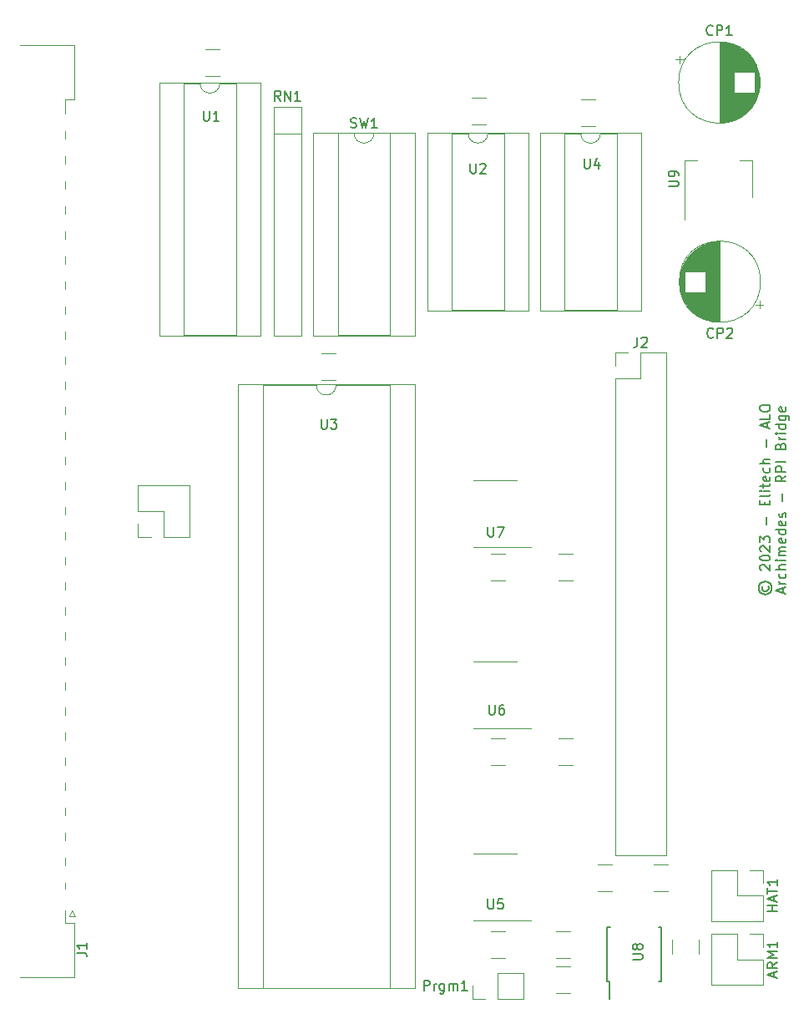
<source format=gbr>
%TF.GenerationSoftware,KiCad,Pcbnew,(6.0.8-1)-1*%
%TF.CreationDate,2023-09-26T17:12:20+03:00*%
%TF.ProjectId,A410_Podule_Ram_RPI,41343130-5f50-46f6-9475-6c655f52616d,rev?*%
%TF.SameCoordinates,Original*%
%TF.FileFunction,Legend,Top*%
%TF.FilePolarity,Positive*%
%FSLAX46Y46*%
G04 Gerber Fmt 4.6, Leading zero omitted, Abs format (unit mm)*
G04 Created by KiCad (PCBNEW (6.0.8-1)-1) date 2023-09-26 17:12:20*
%MOMM*%
%LPD*%
G01*
G04 APERTURE LIST*
%ADD10C,0.150000*%
%ADD11C,0.120000*%
G04 APERTURE END LIST*
D10*
X145443476Y-95121904D02*
X145395857Y-95217142D01*
X145395857Y-95407619D01*
X145443476Y-95502857D01*
X145538714Y-95598095D01*
X145633952Y-95645714D01*
X145824428Y-95645714D01*
X145919666Y-95598095D01*
X146014904Y-95502857D01*
X146062523Y-95407619D01*
X146062523Y-95217142D01*
X146014904Y-95121904D01*
X145062523Y-95312380D02*
X145110142Y-95550476D01*
X145253000Y-95788571D01*
X145491095Y-95931428D01*
X145729190Y-95979047D01*
X145967285Y-95931428D01*
X146205380Y-95788571D01*
X146348238Y-95550476D01*
X146395857Y-95312380D01*
X146348238Y-95074285D01*
X146205380Y-94836190D01*
X145967285Y-94693333D01*
X145729190Y-94645714D01*
X145491095Y-94693333D01*
X145253000Y-94836190D01*
X145110142Y-95074285D01*
X145062523Y-95312380D01*
X145300619Y-93502857D02*
X145253000Y-93455238D01*
X145205380Y-93360000D01*
X145205380Y-93121904D01*
X145253000Y-93026666D01*
X145300619Y-92979047D01*
X145395857Y-92931428D01*
X145491095Y-92931428D01*
X145633952Y-92979047D01*
X146205380Y-93550476D01*
X146205380Y-92931428D01*
X145205380Y-92312380D02*
X145205380Y-92217142D01*
X145253000Y-92121904D01*
X145300619Y-92074285D01*
X145395857Y-92026666D01*
X145586333Y-91979047D01*
X145824428Y-91979047D01*
X146014904Y-92026666D01*
X146110142Y-92074285D01*
X146157761Y-92121904D01*
X146205380Y-92217142D01*
X146205380Y-92312380D01*
X146157761Y-92407619D01*
X146110142Y-92455238D01*
X146014904Y-92502857D01*
X145824428Y-92550476D01*
X145586333Y-92550476D01*
X145395857Y-92502857D01*
X145300619Y-92455238D01*
X145253000Y-92407619D01*
X145205380Y-92312380D01*
X145300619Y-91598095D02*
X145253000Y-91550476D01*
X145205380Y-91455238D01*
X145205380Y-91217142D01*
X145253000Y-91121904D01*
X145300619Y-91074285D01*
X145395857Y-91026666D01*
X145491095Y-91026666D01*
X145633952Y-91074285D01*
X146205380Y-91645714D01*
X146205380Y-91026666D01*
X145205380Y-90693333D02*
X145205380Y-90074285D01*
X145586333Y-90407619D01*
X145586333Y-90264761D01*
X145633952Y-90169523D01*
X145681571Y-90121904D01*
X145776809Y-90074285D01*
X146014904Y-90074285D01*
X146110142Y-90121904D01*
X146157761Y-90169523D01*
X146205380Y-90264761D01*
X146205380Y-90550476D01*
X146157761Y-90645714D01*
X146110142Y-90693333D01*
X145824428Y-88883809D02*
X145824428Y-88121904D01*
X145681571Y-86883809D02*
X145681571Y-86550476D01*
X146205380Y-86407619D02*
X146205380Y-86883809D01*
X145205380Y-86883809D01*
X145205380Y-86407619D01*
X146205380Y-85836190D02*
X146157761Y-85931428D01*
X146062523Y-85979047D01*
X145205380Y-85979047D01*
X146205380Y-85455238D02*
X145538714Y-85455238D01*
X145205380Y-85455238D02*
X145253000Y-85502857D01*
X145300619Y-85455238D01*
X145253000Y-85407619D01*
X145205380Y-85455238D01*
X145300619Y-85455238D01*
X145538714Y-85121904D02*
X145538714Y-84740952D01*
X145205380Y-84979047D02*
X146062523Y-84979047D01*
X146157761Y-84931428D01*
X146205380Y-84836190D01*
X146205380Y-84740952D01*
X146157761Y-84026666D02*
X146205380Y-84121904D01*
X146205380Y-84312380D01*
X146157761Y-84407619D01*
X146062523Y-84455238D01*
X145681571Y-84455238D01*
X145586333Y-84407619D01*
X145538714Y-84312380D01*
X145538714Y-84121904D01*
X145586333Y-84026666D01*
X145681571Y-83979047D01*
X145776809Y-83979047D01*
X145872047Y-84455238D01*
X146157761Y-83121904D02*
X146205380Y-83217142D01*
X146205380Y-83407619D01*
X146157761Y-83502857D01*
X146110142Y-83550476D01*
X146014904Y-83598095D01*
X145729190Y-83598095D01*
X145633952Y-83550476D01*
X145586333Y-83502857D01*
X145538714Y-83407619D01*
X145538714Y-83217142D01*
X145586333Y-83121904D01*
X146205380Y-82693333D02*
X145205380Y-82693333D01*
X146205380Y-82264761D02*
X145681571Y-82264761D01*
X145586333Y-82312380D01*
X145538714Y-82407619D01*
X145538714Y-82550476D01*
X145586333Y-82645714D01*
X145633952Y-82693333D01*
X145824428Y-81026666D02*
X145824428Y-80264761D01*
X145919666Y-79074285D02*
X145919666Y-78598095D01*
X146205380Y-79169523D02*
X145205380Y-78836190D01*
X146205380Y-78502857D01*
X146205380Y-77693333D02*
X146205380Y-78169523D01*
X145205380Y-78169523D01*
X145205380Y-77169523D02*
X145205380Y-76979047D01*
X145253000Y-76883809D01*
X145348238Y-76788571D01*
X145538714Y-76740952D01*
X145872047Y-76740952D01*
X146062523Y-76788571D01*
X146157761Y-76883809D01*
X146205380Y-76979047D01*
X146205380Y-77169523D01*
X146157761Y-77264761D01*
X146062523Y-77360000D01*
X145872047Y-77407619D01*
X145538714Y-77407619D01*
X145348238Y-77360000D01*
X145253000Y-77264761D01*
X145205380Y-77169523D01*
X147529666Y-95788571D02*
X147529666Y-95312380D01*
X147815380Y-95883809D02*
X146815380Y-95550476D01*
X147815380Y-95217142D01*
X147815380Y-94883809D02*
X147148714Y-94883809D01*
X147339190Y-94883809D02*
X147243952Y-94836190D01*
X147196333Y-94788571D01*
X147148714Y-94693333D01*
X147148714Y-94598095D01*
X147767761Y-93836190D02*
X147815380Y-93931428D01*
X147815380Y-94121904D01*
X147767761Y-94217142D01*
X147720142Y-94264761D01*
X147624904Y-94312380D01*
X147339190Y-94312380D01*
X147243952Y-94264761D01*
X147196333Y-94217142D01*
X147148714Y-94121904D01*
X147148714Y-93931428D01*
X147196333Y-93836190D01*
X147815380Y-93407619D02*
X146815380Y-93407619D01*
X147815380Y-92979047D02*
X147291571Y-92979047D01*
X147196333Y-93026666D01*
X147148714Y-93121904D01*
X147148714Y-93264761D01*
X147196333Y-93360000D01*
X147243952Y-93407619D01*
X147815380Y-92502857D02*
X147148714Y-92502857D01*
X146815380Y-92502857D02*
X146863000Y-92550476D01*
X146910619Y-92502857D01*
X146863000Y-92455238D01*
X146815380Y-92502857D01*
X146910619Y-92502857D01*
X147815380Y-92026666D02*
X147148714Y-92026666D01*
X147243952Y-92026666D02*
X147196333Y-91979047D01*
X147148714Y-91883809D01*
X147148714Y-91740952D01*
X147196333Y-91645714D01*
X147291571Y-91598095D01*
X147815380Y-91598095D01*
X147291571Y-91598095D02*
X147196333Y-91550476D01*
X147148714Y-91455238D01*
X147148714Y-91312380D01*
X147196333Y-91217142D01*
X147291571Y-91169523D01*
X147815380Y-91169523D01*
X147767761Y-90312380D02*
X147815380Y-90407619D01*
X147815380Y-90598095D01*
X147767761Y-90693333D01*
X147672523Y-90740952D01*
X147291571Y-90740952D01*
X147196333Y-90693333D01*
X147148714Y-90598095D01*
X147148714Y-90407619D01*
X147196333Y-90312380D01*
X147291571Y-90264761D01*
X147386809Y-90264761D01*
X147482047Y-90740952D01*
X147815380Y-89407619D02*
X146815380Y-89407619D01*
X147767761Y-89407619D02*
X147815380Y-89502857D01*
X147815380Y-89693333D01*
X147767761Y-89788571D01*
X147720142Y-89836190D01*
X147624904Y-89883809D01*
X147339190Y-89883809D01*
X147243952Y-89836190D01*
X147196333Y-89788571D01*
X147148714Y-89693333D01*
X147148714Y-89502857D01*
X147196333Y-89407619D01*
X147767761Y-88550476D02*
X147815380Y-88645714D01*
X147815380Y-88836190D01*
X147767761Y-88931428D01*
X147672523Y-88979047D01*
X147291571Y-88979047D01*
X147196333Y-88931428D01*
X147148714Y-88836190D01*
X147148714Y-88645714D01*
X147196333Y-88550476D01*
X147291571Y-88502857D01*
X147386809Y-88502857D01*
X147482047Y-88979047D01*
X147767761Y-88121904D02*
X147815380Y-88026666D01*
X147815380Y-87836190D01*
X147767761Y-87740952D01*
X147672523Y-87693333D01*
X147624904Y-87693333D01*
X147529666Y-87740952D01*
X147482047Y-87836190D01*
X147482047Y-87979047D01*
X147434428Y-88074285D01*
X147339190Y-88121904D01*
X147291571Y-88121904D01*
X147196333Y-88074285D01*
X147148714Y-87979047D01*
X147148714Y-87836190D01*
X147196333Y-87740952D01*
X147434428Y-86502857D02*
X147434428Y-85740952D01*
X147815380Y-83931428D02*
X147339190Y-84264761D01*
X147815380Y-84502857D02*
X146815380Y-84502857D01*
X146815380Y-84121904D01*
X146863000Y-84026666D01*
X146910619Y-83979047D01*
X147005857Y-83931428D01*
X147148714Y-83931428D01*
X147243952Y-83979047D01*
X147291571Y-84026666D01*
X147339190Y-84121904D01*
X147339190Y-84502857D01*
X147815380Y-83502857D02*
X146815380Y-83502857D01*
X146815380Y-83121904D01*
X146863000Y-83026666D01*
X146910619Y-82979047D01*
X147005857Y-82931428D01*
X147148714Y-82931428D01*
X147243952Y-82979047D01*
X147291571Y-83026666D01*
X147339190Y-83121904D01*
X147339190Y-83502857D01*
X147815380Y-82502857D02*
X146815380Y-82502857D01*
X147291571Y-80931428D02*
X147339190Y-80788571D01*
X147386809Y-80740952D01*
X147482047Y-80693333D01*
X147624904Y-80693333D01*
X147720142Y-80740952D01*
X147767761Y-80788571D01*
X147815380Y-80883809D01*
X147815380Y-81264761D01*
X146815380Y-81264761D01*
X146815380Y-80931428D01*
X146863000Y-80836190D01*
X146910619Y-80788571D01*
X147005857Y-80740952D01*
X147101095Y-80740952D01*
X147196333Y-80788571D01*
X147243952Y-80836190D01*
X147291571Y-80931428D01*
X147291571Y-81264761D01*
X147815380Y-80264761D02*
X147148714Y-80264761D01*
X147339190Y-80264761D02*
X147243952Y-80217142D01*
X147196333Y-80169523D01*
X147148714Y-80074285D01*
X147148714Y-79979047D01*
X147815380Y-79645714D02*
X147148714Y-79645714D01*
X146815380Y-79645714D02*
X146863000Y-79693333D01*
X146910619Y-79645714D01*
X146863000Y-79598095D01*
X146815380Y-79645714D01*
X146910619Y-79645714D01*
X147815380Y-78740952D02*
X146815380Y-78740952D01*
X147767761Y-78740952D02*
X147815380Y-78836190D01*
X147815380Y-79026666D01*
X147767761Y-79121904D01*
X147720142Y-79169523D01*
X147624904Y-79217142D01*
X147339190Y-79217142D01*
X147243952Y-79169523D01*
X147196333Y-79121904D01*
X147148714Y-79026666D01*
X147148714Y-78836190D01*
X147196333Y-78740952D01*
X147148714Y-77836190D02*
X147958238Y-77836190D01*
X148053476Y-77883809D01*
X148101095Y-77931428D01*
X148148714Y-78026666D01*
X148148714Y-78169523D01*
X148101095Y-78264761D01*
X147767761Y-77836190D02*
X147815380Y-77931428D01*
X147815380Y-78121904D01*
X147767761Y-78217142D01*
X147720142Y-78264761D01*
X147624904Y-78312380D01*
X147339190Y-78312380D01*
X147243952Y-78264761D01*
X147196333Y-78217142D01*
X147148714Y-78121904D01*
X147148714Y-77931428D01*
X147196333Y-77836190D01*
X147767761Y-76979047D02*
X147815380Y-77074285D01*
X147815380Y-77264761D01*
X147767761Y-77360000D01*
X147672523Y-77407619D01*
X147291571Y-77407619D01*
X147196333Y-77360000D01*
X147148714Y-77264761D01*
X147148714Y-77074285D01*
X147196333Y-76979047D01*
X147291571Y-76931428D01*
X147386809Y-76931428D01*
X147482047Y-77407619D01*
%TO.C,U2*%
X115824095Y-52284380D02*
X115824095Y-53093904D01*
X115871714Y-53189142D01*
X115919333Y-53236761D01*
X116014571Y-53284380D01*
X116205047Y-53284380D01*
X116300285Y-53236761D01*
X116347904Y-53189142D01*
X116395523Y-53093904D01*
X116395523Y-52284380D01*
X116824095Y-52379619D02*
X116871714Y-52332000D01*
X116966952Y-52284380D01*
X117205047Y-52284380D01*
X117300285Y-52332000D01*
X117347904Y-52379619D01*
X117395523Y-52474857D01*
X117395523Y-52570095D01*
X117347904Y-52712952D01*
X116776476Y-53284380D01*
X117395523Y-53284380D01*
%TO.C,J2*%
X132757666Y-69898380D02*
X132757666Y-70612666D01*
X132710047Y-70755523D01*
X132614809Y-70850761D01*
X132471952Y-70898380D01*
X132376714Y-70898380D01*
X133186238Y-69993619D02*
X133233857Y-69946000D01*
X133329095Y-69898380D01*
X133567190Y-69898380D01*
X133662428Y-69946000D01*
X133710047Y-69993619D01*
X133757666Y-70088857D01*
X133757666Y-70184095D01*
X133710047Y-70326952D01*
X133138619Y-70898380D01*
X133757666Y-70898380D01*
%TO.C,U6*%
X117729095Y-107148380D02*
X117729095Y-107957904D01*
X117776714Y-108053142D01*
X117824333Y-108100761D01*
X117919571Y-108148380D01*
X118110047Y-108148380D01*
X118205285Y-108100761D01*
X118252904Y-108053142D01*
X118300523Y-107957904D01*
X118300523Y-107148380D01*
X119205285Y-107148380D02*
X119014809Y-107148380D01*
X118919571Y-107196000D01*
X118871952Y-107243619D01*
X118776714Y-107386476D01*
X118729095Y-107576952D01*
X118729095Y-107957904D01*
X118776714Y-108053142D01*
X118824333Y-108100761D01*
X118919571Y-108148380D01*
X119110047Y-108148380D01*
X119205285Y-108100761D01*
X119252904Y-108053142D01*
X119300523Y-107957904D01*
X119300523Y-107719809D01*
X119252904Y-107624571D01*
X119205285Y-107576952D01*
X119110047Y-107529333D01*
X118919571Y-107529333D01*
X118824333Y-107576952D01*
X118776714Y-107624571D01*
X118729095Y-107719809D01*
%TO.C,SW1*%
X103705666Y-48610761D02*
X103848523Y-48658380D01*
X104086619Y-48658380D01*
X104181857Y-48610761D01*
X104229476Y-48563142D01*
X104277095Y-48467904D01*
X104277095Y-48372666D01*
X104229476Y-48277428D01*
X104181857Y-48229809D01*
X104086619Y-48182190D01*
X103896142Y-48134571D01*
X103800904Y-48086952D01*
X103753285Y-48039333D01*
X103705666Y-47944095D01*
X103705666Y-47848857D01*
X103753285Y-47753619D01*
X103800904Y-47706000D01*
X103896142Y-47658380D01*
X104134238Y-47658380D01*
X104277095Y-47706000D01*
X104610428Y-47658380D02*
X104848523Y-48658380D01*
X105039000Y-47944095D01*
X105229476Y-48658380D01*
X105467571Y-47658380D01*
X106372333Y-48658380D02*
X105800904Y-48658380D01*
X106086619Y-48658380D02*
X106086619Y-47658380D01*
X105991380Y-47801238D01*
X105896142Y-47896476D01*
X105800904Y-47944095D01*
%TO.C,U8*%
X132294380Y-132968904D02*
X133103904Y-132968904D01*
X133199142Y-132921285D01*
X133246761Y-132873666D01*
X133294380Y-132778428D01*
X133294380Y-132587952D01*
X133246761Y-132492714D01*
X133199142Y-132445095D01*
X133103904Y-132397476D01*
X132294380Y-132397476D01*
X132722952Y-131778428D02*
X132675333Y-131873666D01*
X132627714Y-131921285D01*
X132532476Y-131968904D01*
X132484857Y-131968904D01*
X132389619Y-131921285D01*
X132342000Y-131873666D01*
X132294380Y-131778428D01*
X132294380Y-131587952D01*
X132342000Y-131492714D01*
X132389619Y-131445095D01*
X132484857Y-131397476D01*
X132532476Y-131397476D01*
X132627714Y-131445095D01*
X132675333Y-131492714D01*
X132722952Y-131587952D01*
X132722952Y-131778428D01*
X132770571Y-131873666D01*
X132818190Y-131921285D01*
X132913428Y-131968904D01*
X133103904Y-131968904D01*
X133199142Y-131921285D01*
X133246761Y-131873666D01*
X133294380Y-131778428D01*
X133294380Y-131587952D01*
X133246761Y-131492714D01*
X133199142Y-131445095D01*
X133103904Y-131397476D01*
X132913428Y-131397476D01*
X132818190Y-131445095D01*
X132770571Y-131492714D01*
X132722952Y-131587952D01*
%TO.C,U5*%
X117602095Y-126833380D02*
X117602095Y-127642904D01*
X117649714Y-127738142D01*
X117697333Y-127785761D01*
X117792571Y-127833380D01*
X117983047Y-127833380D01*
X118078285Y-127785761D01*
X118125904Y-127738142D01*
X118173523Y-127642904D01*
X118173523Y-126833380D01*
X119125904Y-126833380D02*
X118649714Y-126833380D01*
X118602095Y-127309571D01*
X118649714Y-127261952D01*
X118744952Y-127214333D01*
X118983047Y-127214333D01*
X119078285Y-127261952D01*
X119125904Y-127309571D01*
X119173523Y-127404809D01*
X119173523Y-127642904D01*
X119125904Y-127738142D01*
X119078285Y-127785761D01*
X118983047Y-127833380D01*
X118744952Y-127833380D01*
X118649714Y-127785761D01*
X118602095Y-127738142D01*
%TO.C,U9*%
X135922380Y-54609904D02*
X136731904Y-54609904D01*
X136827142Y-54562285D01*
X136874761Y-54514666D01*
X136922380Y-54419428D01*
X136922380Y-54228952D01*
X136874761Y-54133714D01*
X136827142Y-54086095D01*
X136731904Y-54038476D01*
X135922380Y-54038476D01*
X136922380Y-53514666D02*
X136922380Y-53324190D01*
X136874761Y-53228952D01*
X136827142Y-53181333D01*
X136684285Y-53086095D01*
X136493809Y-53038476D01*
X136112857Y-53038476D01*
X136017619Y-53086095D01*
X135970000Y-53133714D01*
X135922380Y-53228952D01*
X135922380Y-53419428D01*
X135970000Y-53514666D01*
X136017619Y-53562285D01*
X136112857Y-53609904D01*
X136350952Y-53609904D01*
X136446190Y-53562285D01*
X136493809Y-53514666D01*
X136541428Y-53419428D01*
X136541428Y-53228952D01*
X136493809Y-53133714D01*
X136446190Y-53086095D01*
X136350952Y-53038476D01*
%TO.C,U7*%
X117602095Y-89114380D02*
X117602095Y-89923904D01*
X117649714Y-90019142D01*
X117697333Y-90066761D01*
X117792571Y-90114380D01*
X117983047Y-90114380D01*
X118078285Y-90066761D01*
X118125904Y-90019142D01*
X118173523Y-89923904D01*
X118173523Y-89114380D01*
X118554476Y-89114380D02*
X119221142Y-89114380D01*
X118792571Y-90114380D01*
%TO.C,J1*%
X75890380Y-132286333D02*
X76604666Y-132286333D01*
X76747523Y-132333952D01*
X76842761Y-132429190D01*
X76890380Y-132572047D01*
X76890380Y-132667285D01*
X76890380Y-131286333D02*
X76890380Y-131857761D01*
X76890380Y-131572047D02*
X75890380Y-131572047D01*
X76033238Y-131667285D01*
X76128476Y-131762523D01*
X76176095Y-131857761D01*
%TO.C,CP2*%
X140459984Y-69869142D02*
X140412365Y-69916761D01*
X140269508Y-69964380D01*
X140174270Y-69964380D01*
X140031412Y-69916761D01*
X139936174Y-69821523D01*
X139888555Y-69726285D01*
X139840936Y-69535809D01*
X139840936Y-69392952D01*
X139888555Y-69202476D01*
X139936174Y-69107238D01*
X140031412Y-69012000D01*
X140174270Y-68964380D01*
X140269508Y-68964380D01*
X140412365Y-69012000D01*
X140459984Y-69059619D01*
X140888555Y-69964380D02*
X140888555Y-68964380D01*
X141269508Y-68964380D01*
X141364746Y-69012000D01*
X141412365Y-69059619D01*
X141459984Y-69154857D01*
X141459984Y-69297714D01*
X141412365Y-69392952D01*
X141364746Y-69440571D01*
X141269508Y-69488190D01*
X140888555Y-69488190D01*
X141840936Y-69059619D02*
X141888555Y-69012000D01*
X141983793Y-68964380D01*
X142221889Y-68964380D01*
X142317127Y-69012000D01*
X142364746Y-69059619D01*
X142412365Y-69154857D01*
X142412365Y-69250095D01*
X142364746Y-69392952D01*
X141793317Y-69964380D01*
X142412365Y-69964380D01*
%TO.C,U4*%
X127381095Y-51776380D02*
X127381095Y-52585904D01*
X127428714Y-52681142D01*
X127476333Y-52728761D01*
X127571571Y-52776380D01*
X127762047Y-52776380D01*
X127857285Y-52728761D01*
X127904904Y-52681142D01*
X127952523Y-52585904D01*
X127952523Y-51776380D01*
X128857285Y-52109714D02*
X128857285Y-52776380D01*
X128619190Y-51728761D02*
X128381095Y-52443047D01*
X129000142Y-52443047D01*
%TO.C,RN1*%
X96591523Y-45918380D02*
X96258190Y-45442190D01*
X96020095Y-45918380D02*
X96020095Y-44918380D01*
X96401047Y-44918380D01*
X96496285Y-44966000D01*
X96543904Y-45013619D01*
X96591523Y-45108857D01*
X96591523Y-45251714D01*
X96543904Y-45346952D01*
X96496285Y-45394571D01*
X96401047Y-45442190D01*
X96020095Y-45442190D01*
X97020095Y-45918380D02*
X97020095Y-44918380D01*
X97591523Y-45918380D01*
X97591523Y-44918380D01*
X98591523Y-45918380D02*
X98020095Y-45918380D01*
X98305809Y-45918380D02*
X98305809Y-44918380D01*
X98210571Y-45061238D01*
X98115333Y-45156476D01*
X98020095Y-45204095D01*
%TO.C,Prgm1*%
X111117333Y-136088380D02*
X111117333Y-135088380D01*
X111498285Y-135088380D01*
X111593523Y-135136000D01*
X111641142Y-135183619D01*
X111688761Y-135278857D01*
X111688761Y-135421714D01*
X111641142Y-135516952D01*
X111593523Y-135564571D01*
X111498285Y-135612190D01*
X111117333Y-135612190D01*
X112117333Y-136088380D02*
X112117333Y-135421714D01*
X112117333Y-135612190D02*
X112164952Y-135516952D01*
X112212571Y-135469333D01*
X112307809Y-135421714D01*
X112403047Y-135421714D01*
X113164952Y-135421714D02*
X113164952Y-136231238D01*
X113117333Y-136326476D01*
X113069714Y-136374095D01*
X112974476Y-136421714D01*
X112831619Y-136421714D01*
X112736380Y-136374095D01*
X113164952Y-136040761D02*
X113069714Y-136088380D01*
X112879238Y-136088380D01*
X112784000Y-136040761D01*
X112736380Y-135993142D01*
X112688761Y-135897904D01*
X112688761Y-135612190D01*
X112736380Y-135516952D01*
X112784000Y-135469333D01*
X112879238Y-135421714D01*
X113069714Y-135421714D01*
X113164952Y-135469333D01*
X113641142Y-136088380D02*
X113641142Y-135421714D01*
X113641142Y-135516952D02*
X113688761Y-135469333D01*
X113784000Y-135421714D01*
X113926857Y-135421714D01*
X114022095Y-135469333D01*
X114069714Y-135564571D01*
X114069714Y-136088380D01*
X114069714Y-135564571D02*
X114117333Y-135469333D01*
X114212571Y-135421714D01*
X114355428Y-135421714D01*
X114450666Y-135469333D01*
X114498285Y-135564571D01*
X114498285Y-136088380D01*
X115498285Y-136088380D02*
X114926857Y-136088380D01*
X115212571Y-136088380D02*
X115212571Y-135088380D01*
X115117333Y-135231238D01*
X115022095Y-135326476D01*
X114926857Y-135374095D01*
%TO.C,U3*%
X100711095Y-78192380D02*
X100711095Y-79001904D01*
X100758714Y-79097142D01*
X100806333Y-79144761D01*
X100901571Y-79192380D01*
X101092047Y-79192380D01*
X101187285Y-79144761D01*
X101234904Y-79097142D01*
X101282523Y-79001904D01*
X101282523Y-78192380D01*
X101663476Y-78192380D02*
X102282523Y-78192380D01*
X101949190Y-78573333D01*
X102092047Y-78573333D01*
X102187285Y-78620952D01*
X102234904Y-78668571D01*
X102282523Y-78763809D01*
X102282523Y-79001904D01*
X102234904Y-79097142D01*
X102187285Y-79144761D01*
X102092047Y-79192380D01*
X101806333Y-79192380D01*
X101711095Y-79144761D01*
X101663476Y-79097142D01*
%TO.C,HAT1*%
X146932380Y-128058428D02*
X145932380Y-128058428D01*
X146408571Y-128058428D02*
X146408571Y-127487000D01*
X146932380Y-127487000D02*
X145932380Y-127487000D01*
X146646666Y-127058428D02*
X146646666Y-126582238D01*
X146932380Y-127153666D02*
X145932380Y-126820333D01*
X146932380Y-126487000D01*
X145932380Y-126296523D02*
X145932380Y-125725095D01*
X146932380Y-126010809D02*
X145932380Y-126010809D01*
X146932380Y-124867952D02*
X146932380Y-125439380D01*
X146932380Y-125153666D02*
X145932380Y-125153666D01*
X146075238Y-125248904D01*
X146170476Y-125344142D01*
X146218095Y-125439380D01*
%TO.C,ARM1*%
X146646666Y-134749714D02*
X146646666Y-134273523D01*
X146932380Y-134844952D02*
X145932380Y-134511619D01*
X146932380Y-134178285D01*
X146932380Y-133273523D02*
X146456190Y-133606857D01*
X146932380Y-133844952D02*
X145932380Y-133844952D01*
X145932380Y-133464000D01*
X145980000Y-133368761D01*
X146027619Y-133321142D01*
X146122857Y-133273523D01*
X146265714Y-133273523D01*
X146360952Y-133321142D01*
X146408571Y-133368761D01*
X146456190Y-133464000D01*
X146456190Y-133844952D01*
X146932380Y-132844952D02*
X145932380Y-132844952D01*
X146646666Y-132511619D01*
X145932380Y-132178285D01*
X146932380Y-132178285D01*
X146932380Y-131178285D02*
X146932380Y-131749714D01*
X146932380Y-131464000D02*
X145932380Y-131464000D01*
X146075238Y-131559238D01*
X146170476Y-131654476D01*
X146218095Y-131749714D01*
%TO.C,U1*%
X88773095Y-46950380D02*
X88773095Y-47759904D01*
X88820714Y-47855142D01*
X88868333Y-47902761D01*
X88963571Y-47950380D01*
X89154047Y-47950380D01*
X89249285Y-47902761D01*
X89296904Y-47855142D01*
X89344523Y-47759904D01*
X89344523Y-46950380D01*
X90344523Y-47950380D02*
X89773095Y-47950380D01*
X90058809Y-47950380D02*
X90058809Y-46950380D01*
X89963571Y-47093238D01*
X89868333Y-47188476D01*
X89773095Y-47236095D01*
%TO.C,CP1*%
X140400682Y-39176142D02*
X140353063Y-39223761D01*
X140210206Y-39271380D01*
X140114968Y-39271380D01*
X139972110Y-39223761D01*
X139876872Y-39128523D01*
X139829253Y-39033285D01*
X139781634Y-38842809D01*
X139781634Y-38699952D01*
X139829253Y-38509476D01*
X139876872Y-38414238D01*
X139972110Y-38319000D01*
X140114968Y-38271380D01*
X140210206Y-38271380D01*
X140353063Y-38319000D01*
X140400682Y-38366619D01*
X140829253Y-39271380D02*
X140829253Y-38271380D01*
X141210206Y-38271380D01*
X141305444Y-38319000D01*
X141353063Y-38366619D01*
X141400682Y-38461857D01*
X141400682Y-38604714D01*
X141353063Y-38699952D01*
X141305444Y-38747571D01*
X141210206Y-38795190D01*
X140829253Y-38795190D01*
X142353063Y-39271380D02*
X141781634Y-39271380D01*
X142067349Y-39271380D02*
X142067349Y-38271380D01*
X141972110Y-38414238D01*
X141876872Y-38509476D01*
X141781634Y-38557095D01*
D11*
%TO.C,R3*%
X134404263Y-123359000D02*
X135851737Y-123359000D01*
X134404263Y-126069000D02*
X135851737Y-126069000D01*
%TO.C,U2*%
X111456000Y-67171000D02*
X121736000Y-67171000D01*
X113946000Y-49211000D02*
X113946000Y-67111000D01*
X113946000Y-67111000D02*
X119246000Y-67111000D01*
X119246000Y-49211000D02*
X117596000Y-49211000D01*
X121736000Y-67171000D02*
X121736000Y-49151000D01*
X121736000Y-49151000D02*
X111456000Y-49151000D01*
X115596000Y-49211000D02*
X113946000Y-49211000D01*
X119246000Y-67111000D02*
X119246000Y-49211000D01*
X111456000Y-49151000D02*
X111456000Y-67171000D01*
X115596000Y-49211000D02*
G75*
G03*
X117596000Y-49211000I1000000J0D01*
G01*
%TO.C,J2*%
X130491000Y-74046000D02*
X133091000Y-74046000D01*
X130491000Y-72776000D02*
X130491000Y-71446000D01*
X133091000Y-71446000D02*
X135691000Y-71446000D01*
X135691000Y-71446000D02*
X135691000Y-122366000D01*
X130491000Y-122366000D02*
X135691000Y-122366000D01*
X133091000Y-74046000D02*
X133091000Y-71446000D01*
X130491000Y-71446000D02*
X131821000Y-71446000D01*
X130491000Y-74046000D02*
X130491000Y-122366000D01*
%TO.C,U6*%
X118364000Y-102787000D02*
X120564000Y-102787000D01*
X118364000Y-102787000D02*
X116164000Y-102787000D01*
X118364000Y-109557000D02*
X116164000Y-109557000D01*
X118364000Y-109557000D02*
X121964000Y-109557000D01*
%TO.C,SW1*%
X99899000Y-49146000D02*
X99899000Y-69706000D01*
X107689000Y-69646000D02*
X107689000Y-49206000D01*
X99899000Y-69706000D02*
X110179000Y-69706000D01*
X110179000Y-69706000D02*
X110179000Y-49146000D01*
X102389000Y-69646000D02*
X107689000Y-69646000D01*
X102389000Y-49206000D02*
X102389000Y-69646000D01*
X110179000Y-49146000D02*
X99899000Y-49146000D01*
X104039000Y-49206000D02*
X102389000Y-49206000D01*
X107689000Y-49206000D02*
X106039000Y-49206000D01*
X104039000Y-49206000D02*
G75*
G03*
X106039000Y-49206000I1000000J0D01*
G01*
%TO.C,C2*%
X139028000Y-130987748D02*
X139028000Y-132410252D01*
X136308000Y-130987748D02*
X136308000Y-132410252D01*
D10*
%TO.C,U8*%
X129911000Y-135211000D02*
X129911000Y-136961000D01*
X129706000Y-135211000D02*
X129706000Y-129711000D01*
X129706000Y-135211000D02*
X129911000Y-135211000D01*
X129706000Y-129711000D02*
X130006000Y-129711000D01*
X135216000Y-135211000D02*
X134916000Y-135211000D01*
X135216000Y-129711000D02*
X134916000Y-129711000D01*
X135216000Y-135211000D02*
X135216000Y-129711000D01*
D11*
%TO.C,U5*%
X118364000Y-122218000D02*
X120564000Y-122218000D01*
X118364000Y-128988000D02*
X116164000Y-128988000D01*
X118364000Y-122218000D02*
X116164000Y-122218000D01*
X118364000Y-128988000D02*
X121964000Y-128988000D01*
%TO.C,U9*%
X137560000Y-51938000D02*
X138820000Y-51938000D01*
X144380000Y-55698000D02*
X144380000Y-51938000D01*
X137560000Y-57948000D02*
X137560000Y-51938000D01*
X144380000Y-51938000D02*
X143120000Y-51938000D01*
%TO.C,R2*%
X128715263Y-123359000D02*
X130162737Y-123359000D01*
X128715263Y-126069000D02*
X130162737Y-126069000D01*
%TO.C,R4*%
X124498263Y-136356000D02*
X125945737Y-136356000D01*
X124498263Y-133646000D02*
X125945737Y-133646000D01*
%TO.C,U7*%
X118364000Y-91142000D02*
X121964000Y-91142000D01*
X118364000Y-84372000D02*
X120564000Y-84372000D01*
X118364000Y-91142000D02*
X116164000Y-91142000D01*
X118364000Y-84372000D02*
X116164000Y-84372000D01*
%TO.C,C3*%
X117424252Y-45630000D02*
X116001748Y-45630000D01*
X117424252Y-48350000D02*
X116001748Y-48350000D01*
%TO.C,J1*%
X74698000Y-95523000D02*
X74698000Y-94722000D01*
X75138000Y-128568000D02*
X75738000Y-128568000D01*
X74698000Y-75203000D02*
X74698000Y-74402000D01*
X74698000Y-105683000D02*
X74698000Y-104882000D01*
X74698000Y-125778000D02*
X74698000Y-125202000D01*
X74698000Y-72663000D02*
X74698000Y-71862000D01*
X75698000Y-129243000D02*
X74698000Y-129243000D01*
X74698000Y-54883000D02*
X74698000Y-54082000D01*
X74698000Y-65043000D02*
X74698000Y-64242000D01*
X74698000Y-52343000D02*
X74698000Y-51542000D01*
X74698000Y-62503000D02*
X74698000Y-61702000D01*
X74698000Y-90443000D02*
X74698000Y-89642000D01*
X74698000Y-123463000D02*
X74698000Y-122662000D01*
X74698000Y-80283000D02*
X74698000Y-79482000D01*
X74698000Y-98063000D02*
X74698000Y-97262000D01*
X75438000Y-127968000D02*
X75138000Y-128568000D01*
X75698000Y-134763000D02*
X75698000Y-129243000D01*
X70138000Y-40243000D02*
X75698000Y-40243000D01*
X74698000Y-59963000D02*
X74698000Y-59162000D01*
X74698000Y-92983000D02*
X74698000Y-92182000D01*
X74698000Y-70123000D02*
X74698000Y-69322000D01*
X75698000Y-45763000D02*
X74698000Y-45763000D01*
X74698000Y-57423000D02*
X74698000Y-56622000D01*
X74698000Y-113303000D02*
X74698000Y-112502000D01*
X74698000Y-110763000D02*
X74698000Y-109962000D01*
X74698000Y-67583000D02*
X74698000Y-66782000D01*
X74698000Y-47263000D02*
X74698000Y-45763000D01*
X74698000Y-129244000D02*
X74698000Y-127968000D01*
X75738000Y-128568000D02*
X75438000Y-127968000D01*
X74698000Y-118383000D02*
X74698000Y-117582000D01*
X74698000Y-115843000D02*
X74698000Y-115042000D01*
X74698000Y-103143000D02*
X74698000Y-102342000D01*
X74698000Y-120923000D02*
X74698000Y-120122000D01*
X75698000Y-40243000D02*
X75698000Y-45763000D01*
X70138000Y-134763000D02*
X75698000Y-134763000D01*
X74698000Y-87903000D02*
X74698000Y-87102000D01*
X74698000Y-49803000D02*
X74698000Y-49002000D01*
X74698000Y-100603000D02*
X74698000Y-99802000D01*
X74698000Y-82823000D02*
X74698000Y-82022000D01*
X74698000Y-108223000D02*
X74698000Y-107422000D01*
X74698000Y-85363000D02*
X74698000Y-84562000D01*
X74698000Y-77743000D02*
X74698000Y-76942000D01*
%TO.C,INT1*%
X87304000Y-90108000D02*
X87304000Y-84908000D01*
X82104000Y-84908000D02*
X87304000Y-84908000D01*
X82104000Y-87508000D02*
X82104000Y-84908000D01*
X82104000Y-90108000D02*
X82104000Y-88778000D01*
X84704000Y-90108000D02*
X84704000Y-87508000D01*
X84704000Y-90108000D02*
X87304000Y-90108000D01*
X83434000Y-90108000D02*
X82104000Y-90108000D01*
X84704000Y-87508000D02*
X82104000Y-87508000D01*
%TO.C,C12*%
X90373252Y-40677000D02*
X88950748Y-40677000D01*
X90373252Y-43397000D02*
X88950748Y-43397000D01*
%TO.C,CP2*%
X138565651Y-67451000D02*
X138565651Y-65302000D01*
X139765651Y-68112000D02*
X139765651Y-60412000D01*
X139565651Y-63222000D02*
X139565651Y-60488000D01*
X138245651Y-63222000D02*
X138245651Y-61355000D01*
X145136349Y-66977000D02*
X145136349Y-66177000D01*
X138565651Y-63222000D02*
X138565651Y-61073000D01*
X140646651Y-68314000D02*
X140646651Y-60210000D01*
X140125651Y-68219000D02*
X140125651Y-60305000D01*
X138205651Y-67129000D02*
X138205651Y-65302000D01*
X139365651Y-63222000D02*
X139365651Y-60576000D01*
X138405651Y-67317000D02*
X138405651Y-65302000D01*
X138365651Y-63222000D02*
X138365651Y-61243000D01*
X139565651Y-68036000D02*
X139565651Y-65302000D01*
X138685651Y-67542000D02*
X138685651Y-65302000D01*
X139405651Y-63222000D02*
X139405651Y-60558000D01*
X139045651Y-63222000D02*
X139045651Y-60745000D01*
X138925651Y-63222000D02*
X138925651Y-60818000D01*
X141086651Y-68342000D02*
X141086651Y-60182000D01*
X140205651Y-68238000D02*
X140205651Y-60286000D01*
X139045651Y-67779000D02*
X139045651Y-65302000D01*
X137925651Y-66818000D02*
X137925651Y-65302000D01*
X139285651Y-63222000D02*
X139285651Y-60615000D01*
X140966651Y-68339000D02*
X140966651Y-60185000D01*
X138605651Y-63222000D02*
X138605651Y-61042000D01*
X139085651Y-63222000D02*
X139085651Y-60722000D01*
X140566651Y-68304000D02*
X140566651Y-60220000D01*
X140926651Y-68338000D02*
X140926651Y-60186000D01*
X139645651Y-63222000D02*
X139645651Y-60457000D01*
X139325651Y-63222000D02*
X139325651Y-60596000D01*
X137725651Y-66549000D02*
X137725651Y-65302000D01*
X138725651Y-63222000D02*
X138725651Y-60953000D01*
X140285651Y-68256000D02*
X140285651Y-60268000D01*
X138245651Y-67169000D02*
X138245651Y-65302000D01*
X140085651Y-68209000D02*
X140085651Y-60315000D01*
X137965651Y-66866000D02*
X137965651Y-65302000D01*
X137525651Y-66226000D02*
X137525651Y-62298000D01*
X140165651Y-68229000D02*
X140165651Y-60295000D01*
X140405651Y-68279000D02*
X140405651Y-60245000D01*
X137405651Y-65993000D02*
X137405651Y-62531000D01*
X137845651Y-63222000D02*
X137845651Y-61808000D01*
X139205651Y-63222000D02*
X139205651Y-60656000D01*
X140886651Y-68336000D02*
X140886651Y-60188000D01*
X139365651Y-67948000D02*
X139365651Y-65302000D01*
X138005651Y-63222000D02*
X138005651Y-61611000D01*
X137445651Y-66075000D02*
X137445651Y-62449000D01*
X138605651Y-67482000D02*
X138605651Y-65302000D01*
X138325651Y-63222000D02*
X138325651Y-61279000D01*
X139845651Y-68139000D02*
X139845651Y-60385000D01*
X139485651Y-68002000D02*
X139485651Y-65302000D01*
X137765651Y-66607000D02*
X137765651Y-65302000D01*
X137805651Y-63222000D02*
X137805651Y-61862000D01*
X137205651Y-65491000D02*
X137205651Y-63033000D01*
X140606651Y-68310000D02*
X140606651Y-60214000D01*
X138285651Y-67207000D02*
X138285651Y-65302000D01*
X140005651Y-68187000D02*
X140005651Y-60337000D01*
X138765651Y-63222000D02*
X138765651Y-60924000D01*
X138125651Y-63222000D02*
X138125651Y-61478000D01*
X140766651Y-68327000D02*
X140766651Y-60197000D01*
X138525651Y-63222000D02*
X138525651Y-61106000D01*
X140526651Y-68299000D02*
X140526651Y-60225000D01*
X137485651Y-66152000D02*
X137485651Y-62372000D01*
X140726651Y-68323000D02*
X140726651Y-60201000D01*
X138845651Y-67654000D02*
X138845651Y-65302000D01*
X137245651Y-65608000D02*
X137245651Y-62916000D01*
X137885651Y-66767000D02*
X137885651Y-65302000D01*
X137125651Y-65210000D02*
X137125651Y-63314000D01*
X138525651Y-67418000D02*
X138525651Y-65302000D01*
X137085651Y-65030000D02*
X137085651Y-63494000D01*
X139125651Y-63222000D02*
X139125651Y-60700000D01*
X139165651Y-63222000D02*
X139165651Y-60678000D01*
X139285651Y-67909000D02*
X139285651Y-65302000D01*
X140846651Y-68333000D02*
X140846651Y-60191000D01*
X137285651Y-65715000D02*
X137285651Y-62809000D01*
X139645651Y-68067000D02*
X139645651Y-65302000D01*
X140446651Y-68286000D02*
X140446651Y-60238000D01*
X141006651Y-68341000D02*
X141006651Y-60183000D01*
X138125651Y-67046000D02*
X138125651Y-65302000D01*
X139245651Y-67889000D02*
X139245651Y-65302000D01*
X137765651Y-63222000D02*
X137765651Y-61917000D01*
X138965651Y-63222000D02*
X138965651Y-60793000D01*
X139445651Y-63222000D02*
X139445651Y-60540000D01*
X138285651Y-63222000D02*
X138285651Y-61317000D01*
X138925651Y-67706000D02*
X138925651Y-65302000D01*
X138445651Y-67352000D02*
X138445651Y-65302000D01*
X138325651Y-67245000D02*
X138325651Y-65302000D01*
X140325651Y-68264000D02*
X140325651Y-60260000D01*
X139165651Y-67846000D02*
X139165651Y-65302000D01*
X139525651Y-63222000D02*
X139525651Y-60505000D01*
X139965651Y-68176000D02*
X139965651Y-60348000D01*
X138685651Y-63222000D02*
X138685651Y-60982000D01*
X138045651Y-63222000D02*
X138045651Y-61565000D01*
X137725651Y-63222000D02*
X137725651Y-61975000D01*
X140486651Y-68292000D02*
X140486651Y-60232000D01*
X139685651Y-68083000D02*
X139685651Y-60441000D01*
X145536349Y-66577000D02*
X144736349Y-66577000D01*
X138485651Y-63222000D02*
X138485651Y-61138000D01*
X139125651Y-67824000D02*
X139125651Y-65302000D01*
X137565651Y-66296000D02*
X137565651Y-62228000D01*
X137645651Y-63222000D02*
X137645651Y-62096000D01*
X140045651Y-68198000D02*
X140045651Y-60326000D01*
X138085651Y-67003000D02*
X138085651Y-65302000D01*
X140245651Y-68247000D02*
X140245651Y-60277000D01*
X140365651Y-68272000D02*
X140365651Y-60252000D01*
X139445651Y-67984000D02*
X139445651Y-65302000D01*
X138045651Y-66959000D02*
X138045651Y-65302000D01*
X138725651Y-67571000D02*
X138725651Y-65302000D01*
X138485651Y-67386000D02*
X138485651Y-65302000D01*
X138365651Y-67281000D02*
X138365651Y-65302000D01*
X138645651Y-63222000D02*
X138645651Y-61012000D01*
X137685651Y-63222000D02*
X137685651Y-62034000D01*
X141126651Y-68342000D02*
X141126651Y-60182000D01*
X139885651Y-68151000D02*
X139885651Y-60373000D01*
X141046651Y-68342000D02*
X141046651Y-60182000D01*
X138965651Y-67731000D02*
X138965651Y-65302000D01*
X137965651Y-63222000D02*
X137965651Y-61658000D01*
X138445651Y-63222000D02*
X138445651Y-61172000D01*
X137165651Y-65360000D02*
X137165651Y-63164000D01*
X139005651Y-67755000D02*
X139005651Y-65302000D01*
X137365651Y-65907000D02*
X137365651Y-62617000D01*
X137925651Y-63222000D02*
X137925651Y-61706000D01*
X137325651Y-65814000D02*
X137325651Y-62710000D01*
X139485651Y-63222000D02*
X139485651Y-60522000D01*
X139085651Y-67802000D02*
X139085651Y-65302000D01*
X138765651Y-67600000D02*
X138765651Y-65302000D01*
X139405651Y-67966000D02*
X139405651Y-65302000D01*
X138405651Y-63222000D02*
X138405651Y-61207000D01*
X137845651Y-66716000D02*
X137845651Y-65302000D01*
X138885651Y-63222000D02*
X138885651Y-60844000D01*
X139605651Y-63222000D02*
X139605651Y-60472000D01*
X140686651Y-68319000D02*
X140686651Y-60205000D01*
X137045651Y-64795000D02*
X137045651Y-63729000D01*
X138885651Y-67680000D02*
X138885651Y-65302000D01*
X138845651Y-63222000D02*
X138845651Y-60870000D01*
X139005651Y-63222000D02*
X139005651Y-60769000D01*
X138005651Y-66913000D02*
X138005651Y-65302000D01*
X138165651Y-67088000D02*
X138165651Y-65302000D01*
X138205651Y-63222000D02*
X138205651Y-61395000D01*
X139245651Y-63222000D02*
X139245651Y-60635000D01*
X137605651Y-66364000D02*
X137605651Y-65302000D01*
X138805651Y-63222000D02*
X138805651Y-60897000D01*
X139805651Y-68125000D02*
X139805651Y-60399000D01*
X137685651Y-66490000D02*
X137685651Y-65302000D01*
X139725651Y-68097000D02*
X139725651Y-60427000D01*
X138085651Y-63222000D02*
X138085651Y-61521000D01*
X137605651Y-63222000D02*
X137605651Y-62160000D01*
X138165651Y-63222000D02*
X138165651Y-61436000D01*
X137805651Y-66662000D02*
X137805651Y-65302000D01*
X139925651Y-68164000D02*
X139925651Y-60360000D01*
X139325651Y-67928000D02*
X139325651Y-65302000D01*
X138645651Y-67512000D02*
X138645651Y-65302000D01*
X140806651Y-68330000D02*
X140806651Y-60194000D01*
X138805651Y-67627000D02*
X138805651Y-65302000D01*
X139205651Y-67868000D02*
X139205651Y-65302000D01*
X137885651Y-63222000D02*
X137885651Y-61757000D01*
X137645651Y-66428000D02*
X137645651Y-65302000D01*
X139525651Y-68019000D02*
X139525651Y-65302000D01*
X139605651Y-68052000D02*
X139605651Y-65302000D01*
X145246651Y-64262000D02*
G75*
G03*
X145246651Y-64262000I-4120000J0D01*
G01*
%TO.C,U4*%
X127016000Y-49216000D02*
X125366000Y-49216000D01*
X130666000Y-67116000D02*
X130666000Y-49216000D01*
X125366000Y-67116000D02*
X130666000Y-67116000D01*
X133156000Y-49156000D02*
X122876000Y-49156000D01*
X130666000Y-49216000D02*
X129016000Y-49216000D01*
X122876000Y-49156000D02*
X122876000Y-67176000D01*
X125366000Y-49216000D02*
X125366000Y-67116000D01*
X122876000Y-67176000D02*
X133156000Y-67176000D01*
X133156000Y-67176000D02*
X133156000Y-49156000D01*
X127016000Y-49216000D02*
G75*
G03*
X129016000Y-49216000I1000000J0D01*
G01*
%TO.C,RN1*%
X98682000Y-46551000D02*
X95882000Y-46551000D01*
X95882000Y-69751000D02*
X98682000Y-69751000D01*
X98682000Y-69751000D02*
X98682000Y-46551000D01*
X98682000Y-49261000D02*
X95882000Y-49261000D01*
X95882000Y-46551000D02*
X95882000Y-69751000D01*
%TO.C,C7*%
X117906748Y-110527000D02*
X119329252Y-110527000D01*
X117906748Y-113247000D02*
X119329252Y-113247000D01*
%TO.C,C9*%
X126187252Y-91858000D02*
X124764748Y-91858000D01*
X126187252Y-94578000D02*
X124764748Y-94578000D01*
%TO.C,C10*%
X126187252Y-110527000D02*
X124764748Y-110527000D01*
X126187252Y-113247000D02*
X124764748Y-113247000D01*
%TO.C,Prgm1*%
X118613000Y-136966000D02*
X118613000Y-134306000D01*
X121213000Y-136966000D02*
X121213000Y-134306000D01*
X117343000Y-136966000D02*
X116013000Y-136966000D01*
X116013000Y-136966000D02*
X116013000Y-135636000D01*
X118613000Y-136966000D02*
X121213000Y-136966000D01*
X118613000Y-134306000D02*
X121213000Y-134306000D01*
%TO.C,U3*%
X92264000Y-135893000D02*
X110164000Y-135893000D01*
X94754000Y-74753000D02*
X94754000Y-135833000D01*
X92264000Y-74693000D02*
X92264000Y-135893000D01*
X107674000Y-135833000D02*
X107674000Y-74753000D01*
X94754000Y-135833000D02*
X107674000Y-135833000D01*
X107674000Y-74753000D02*
X102214000Y-74753000D01*
X100214000Y-74753000D02*
X94754000Y-74753000D01*
X110164000Y-135893000D02*
X110164000Y-74693000D01*
X110164000Y-74693000D02*
X92264000Y-74693000D01*
X100214000Y-74753000D02*
G75*
G03*
X102214000Y-74753000I1000000J0D01*
G01*
%TO.C,HAT1*%
X145480000Y-129087000D02*
X140280000Y-129087000D01*
X142880000Y-123887000D02*
X140280000Y-123887000D01*
X144150000Y-123887000D02*
X145480000Y-123887000D01*
X145480000Y-123887000D02*
X145480000Y-125217000D01*
X140280000Y-123887000D02*
X140280000Y-129087000D01*
X142880000Y-126487000D02*
X145480000Y-126487000D01*
X145480000Y-126487000D02*
X145480000Y-129087000D01*
X142880000Y-123887000D02*
X142880000Y-126487000D01*
%TO.C,ARM1*%
X142880000Y-132964000D02*
X145480000Y-132964000D01*
X145480000Y-135564000D02*
X140280000Y-135564000D01*
X145480000Y-130364000D02*
X145480000Y-131694000D01*
X140280000Y-130364000D02*
X140280000Y-135564000D01*
X142880000Y-130364000D02*
X140280000Y-130364000D01*
X145480000Y-132964000D02*
X145480000Y-135564000D01*
X144150000Y-130364000D02*
X145480000Y-130364000D01*
X142880000Y-130364000D02*
X142880000Y-132964000D01*
%TO.C,C5*%
X128473252Y-48477000D02*
X127050748Y-48477000D01*
X128473252Y-45757000D02*
X127050748Y-45757000D01*
%TO.C,C6*%
X117906748Y-132805000D02*
X119329252Y-132805000D01*
X117906748Y-130085000D02*
X119329252Y-130085000D01*
%TO.C,C11*%
X125933252Y-132805000D02*
X124510748Y-132805000D01*
X125933252Y-130085000D02*
X124510748Y-130085000D01*
%TO.C,C8*%
X117906748Y-94578000D02*
X119329252Y-94578000D01*
X117906748Y-91858000D02*
X119329252Y-91858000D01*
%TO.C,U1*%
X94548000Y-44076000D02*
X84268000Y-44076000D01*
X88408000Y-44136000D02*
X86758000Y-44136000D01*
X92058000Y-44136000D02*
X90408000Y-44136000D01*
X86758000Y-44136000D02*
X86758000Y-69656000D01*
X86758000Y-69656000D02*
X92058000Y-69656000D01*
X84268000Y-69716000D02*
X94548000Y-69716000D01*
X92058000Y-69656000D02*
X92058000Y-44136000D01*
X84268000Y-44076000D02*
X84268000Y-69716000D01*
X94548000Y-69716000D02*
X94548000Y-44076000D01*
X88408000Y-44136000D02*
G75*
G03*
X90408000Y-44136000I1000000J0D01*
G01*
%TO.C,CP1*%
X142588349Y-40279000D02*
X142588349Y-43029000D01*
X143428349Y-45109000D02*
X143428349Y-47407000D01*
X141507349Y-40012000D02*
X141507349Y-48126000D01*
X142868349Y-45109000D02*
X142868349Y-47735000D01*
X144028349Y-45109000D02*
X144028349Y-46895000D01*
X144308349Y-41564000D02*
X144308349Y-43029000D01*
X143908349Y-45109000D02*
X143908349Y-47014000D01*
X144148349Y-45109000D02*
X144148349Y-46766000D01*
X144028349Y-41243000D02*
X144028349Y-43029000D01*
X142508349Y-40248000D02*
X142508349Y-47890000D01*
X144188349Y-41418000D02*
X144188349Y-43029000D01*
X142068349Y-40112000D02*
X142068349Y-48026000D01*
X142588349Y-45109000D02*
X142588349Y-47859000D01*
X141427349Y-40004000D02*
X141427349Y-48134000D01*
X143668349Y-45109000D02*
X143668349Y-47225000D01*
X143028349Y-40485000D02*
X143028349Y-43029000D01*
X143748349Y-40979000D02*
X143748349Y-43029000D01*
X143508349Y-45109000D02*
X143508349Y-47349000D01*
X144108349Y-45109000D02*
X144108349Y-46810000D01*
X143188349Y-45109000D02*
X143188349Y-47562000D01*
X144228349Y-45109000D02*
X144228349Y-46673000D01*
X142628349Y-45109000D02*
X142628349Y-47843000D01*
X144348349Y-41615000D02*
X144348349Y-43029000D01*
X141467349Y-40008000D02*
X141467349Y-48130000D01*
X142748349Y-40347000D02*
X142748349Y-43029000D01*
X144108349Y-41328000D02*
X144108349Y-43029000D01*
X142988349Y-45109000D02*
X142988349Y-47675000D01*
X144828349Y-42424000D02*
X144828349Y-45714000D01*
X141067349Y-39989000D02*
X141067349Y-48149000D01*
X142548349Y-40264000D02*
X142548349Y-43029000D01*
X143308349Y-45109000D02*
X143308349Y-47487000D01*
X143948349Y-41162000D02*
X143948349Y-43029000D01*
X143428349Y-40731000D02*
X143428349Y-43029000D01*
X143228349Y-40600000D02*
X143228349Y-43029000D01*
X142868349Y-40403000D02*
X142868349Y-43029000D01*
X142348349Y-40192000D02*
X142348349Y-47946000D01*
X144428349Y-45109000D02*
X144428349Y-46414000D01*
X142828349Y-45109000D02*
X142828349Y-47755000D01*
X143468349Y-40760000D02*
X143468349Y-43029000D01*
X143868349Y-45109000D02*
X143868349Y-47052000D01*
X143908349Y-41124000D02*
X143908349Y-43029000D01*
X143148349Y-40552000D02*
X143148349Y-43029000D01*
X142628349Y-40295000D02*
X142628349Y-43029000D01*
X143268349Y-45109000D02*
X143268349Y-47513000D01*
X144348349Y-45109000D02*
X144348349Y-46523000D01*
X141908349Y-40075000D02*
X141908349Y-48063000D01*
X141227349Y-39992000D02*
X141227349Y-48146000D01*
X142988349Y-40463000D02*
X142988349Y-43029000D01*
X142268349Y-40167000D02*
X142268349Y-47971000D01*
X141187349Y-39990000D02*
X141187349Y-48148000D01*
X144468349Y-45109000D02*
X144468349Y-46356000D01*
X144068349Y-41285000D02*
X144068349Y-43029000D01*
X141667349Y-40032000D02*
X141667349Y-48106000D01*
X144228349Y-41465000D02*
X144228349Y-43029000D01*
X143548349Y-45109000D02*
X143548349Y-47319000D01*
X143988349Y-41202000D02*
X143988349Y-43029000D01*
X141147349Y-39989000D02*
X141147349Y-48149000D01*
X144268349Y-45109000D02*
X144268349Y-46625000D01*
X144748349Y-42256000D02*
X144748349Y-45882000D01*
X144988349Y-42840000D02*
X144988349Y-45298000D01*
X143268349Y-40625000D02*
X143268349Y-43029000D01*
X141587349Y-40021000D02*
X141587349Y-48117000D01*
X144628349Y-42035000D02*
X144628349Y-46103000D01*
X143108349Y-40529000D02*
X143108349Y-43029000D01*
X143668349Y-40913000D02*
X143668349Y-43029000D01*
X143068349Y-45109000D02*
X143068349Y-47631000D01*
X144468349Y-41782000D02*
X144468349Y-43029000D01*
X143348349Y-45109000D02*
X143348349Y-47461000D01*
X141747349Y-40045000D02*
X141747349Y-48093000D01*
X143788349Y-41014000D02*
X143788349Y-43029000D01*
X143548349Y-40819000D02*
X143548349Y-43029000D01*
X141868349Y-40067000D02*
X141868349Y-48071000D01*
X145028349Y-42971000D02*
X145028349Y-45167000D01*
X143628349Y-45109000D02*
X143628349Y-47258000D01*
X141828349Y-40059000D02*
X141828349Y-48079000D01*
X141948349Y-40084000D02*
X141948349Y-48054000D01*
X144908349Y-42616000D02*
X144908349Y-45522000D01*
X143388349Y-40704000D02*
X143388349Y-43029000D01*
X143028349Y-45109000D02*
X143028349Y-47653000D01*
X144268349Y-41513000D02*
X144268349Y-43029000D01*
X143188349Y-40576000D02*
X143188349Y-43029000D01*
X142388349Y-40206000D02*
X142388349Y-47932000D01*
X143708349Y-45109000D02*
X143708349Y-47193000D01*
X142428349Y-40219000D02*
X142428349Y-47919000D01*
X142548349Y-45109000D02*
X142548349Y-47874000D01*
X144708349Y-42179000D02*
X144708349Y-45959000D01*
X142188349Y-40144000D02*
X142188349Y-47994000D01*
X145108349Y-43301000D02*
X145108349Y-44837000D01*
X143508349Y-40789000D02*
X143508349Y-43029000D01*
X144868349Y-42517000D02*
X144868349Y-45621000D01*
X143988349Y-45109000D02*
X143988349Y-46936000D01*
X145148349Y-43536000D02*
X145148349Y-44602000D01*
X143788349Y-45109000D02*
X143788349Y-47124000D01*
X143708349Y-40945000D02*
X143708349Y-43029000D01*
X141707349Y-40039000D02*
X141707349Y-48099000D01*
X142308349Y-40180000D02*
X142308349Y-47958000D01*
X144388349Y-45109000D02*
X144388349Y-46469000D01*
X141788349Y-40052000D02*
X141788349Y-48086000D01*
X141307349Y-39995000D02*
X141307349Y-48143000D01*
X142708349Y-45109000D02*
X142708349Y-47809000D01*
X141547349Y-40017000D02*
X141547349Y-48121000D01*
X142228349Y-40155000D02*
X142228349Y-47983000D01*
X144668349Y-42105000D02*
X144668349Y-46033000D01*
X143588349Y-45109000D02*
X143588349Y-47289000D01*
X142908349Y-40422000D02*
X142908349Y-43029000D01*
X143868349Y-41086000D02*
X143868349Y-43029000D01*
X142468349Y-40234000D02*
X142468349Y-47904000D01*
X144068349Y-45109000D02*
X144068349Y-46853000D01*
X144188349Y-45109000D02*
X144188349Y-46720000D01*
X136657651Y-41754000D02*
X137457651Y-41754000D01*
X144308349Y-45109000D02*
X144308349Y-46574000D01*
X143828349Y-41050000D02*
X143828349Y-43029000D01*
X143948349Y-45109000D02*
X143948349Y-46976000D01*
X142828349Y-40383000D02*
X142828349Y-43029000D01*
X143468349Y-45109000D02*
X143468349Y-47378000D01*
X141387349Y-40001000D02*
X141387349Y-48137000D01*
X144588349Y-41967000D02*
X144588349Y-43029000D01*
X142668349Y-40312000D02*
X142668349Y-43029000D01*
X142948349Y-40442000D02*
X142948349Y-43029000D01*
X141267349Y-39993000D02*
X141267349Y-48145000D01*
X143388349Y-45109000D02*
X143388349Y-47434000D01*
X144508349Y-41841000D02*
X144508349Y-43029000D01*
X143828349Y-45109000D02*
X143828349Y-47088000D01*
X143108349Y-45109000D02*
X143108349Y-47609000D01*
X145068349Y-43121000D02*
X145068349Y-45017000D01*
X142748349Y-45109000D02*
X142748349Y-47791000D01*
X143748349Y-45109000D02*
X143748349Y-47159000D01*
X142788349Y-40365000D02*
X142788349Y-43029000D01*
X141988349Y-40093000D02*
X141988349Y-48045000D01*
X144548349Y-45109000D02*
X144548349Y-46235000D01*
X142028349Y-40102000D02*
X142028349Y-48036000D01*
X142148349Y-40133000D02*
X142148349Y-48005000D01*
X142668349Y-45109000D02*
X142668349Y-47826000D01*
X143228349Y-45109000D02*
X143228349Y-47538000D01*
X143308349Y-40651000D02*
X143308349Y-43029000D01*
X137057651Y-41354000D02*
X137057651Y-42154000D01*
X141107349Y-39989000D02*
X141107349Y-48149000D01*
X142908349Y-45109000D02*
X142908349Y-47716000D01*
X143348349Y-40677000D02*
X143348349Y-43029000D01*
X141627349Y-40027000D02*
X141627349Y-48111000D01*
X144788349Y-42338000D02*
X144788349Y-45800000D01*
X143628349Y-40880000D02*
X143628349Y-43029000D01*
X143148349Y-45109000D02*
X143148349Y-47586000D01*
X141347349Y-39998000D02*
X141347349Y-48140000D01*
X142708349Y-40329000D02*
X142708349Y-43029000D01*
X143068349Y-40507000D02*
X143068349Y-43029000D01*
X142948349Y-45109000D02*
X142948349Y-47696000D01*
X142108349Y-40122000D02*
X142108349Y-48016000D01*
X144948349Y-42723000D02*
X144948349Y-45415000D01*
X144508349Y-45109000D02*
X144508349Y-46297000D01*
X144428349Y-41724000D02*
X144428349Y-43029000D01*
X144548349Y-41903000D02*
X144548349Y-43029000D01*
X144388349Y-41669000D02*
X144388349Y-43029000D01*
X142788349Y-45109000D02*
X142788349Y-47773000D01*
X144588349Y-45109000D02*
X144588349Y-46171000D01*
X143588349Y-40849000D02*
X143588349Y-43029000D01*
X144148349Y-41372000D02*
X144148349Y-43029000D01*
X145187349Y-44069000D02*
G75*
G03*
X145187349Y-44069000I-4120000J0D01*
G01*
%TO.C,C4*%
X102145752Y-71538000D02*
X100723248Y-71538000D01*
X102145752Y-74258000D02*
X100723248Y-74258000D01*
%TD*%
M02*

</source>
